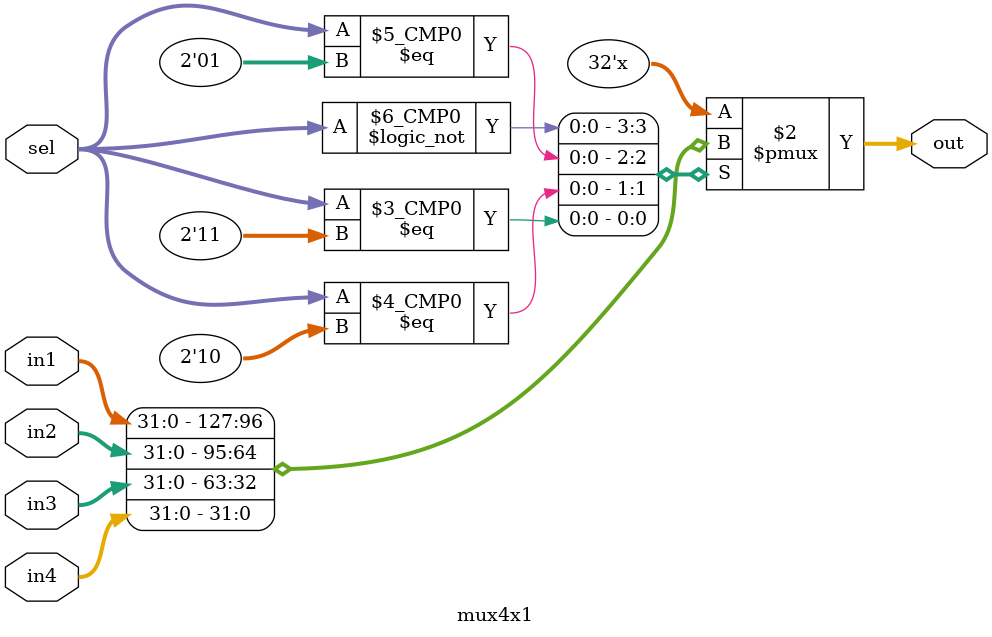
<source format=v>

module mux4x1 #(parameter LENGTH = 32)(out, in1, in2, in3, in4, sel);

input [LENGTH-1:0] in1, in2, in3, in4;
input [1:0] sel;
output reg [LENGTH-1:0] out;

always@(*)
begin 
  case(sel)
    2'b00:  out = in1;
    2'b01:  out = in2;
    2'b10:  out = in3;
    2'b11:  out = in4;
  endcase
end 
endmodule 
</source>
